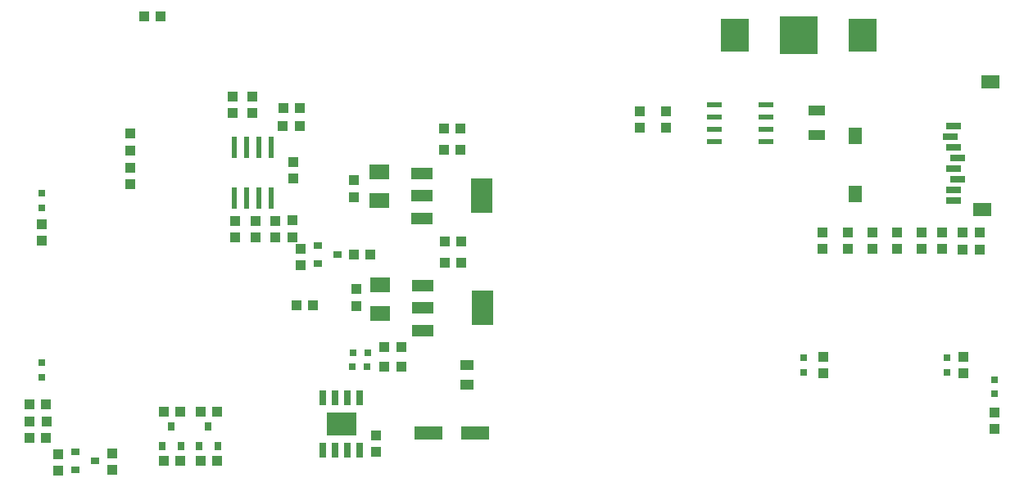
<source format=gtp>
G04 EAGLE Gerber RS-274X export*
G75*
%MOMM*%
%FSLAX34Y34*%
%LPD*%
%INTop Paste*%
%IPPOS*%
%AMOC8*
5,1,8,0,0,1.08239X$1,22.5*%
G01*
%ADD10R,1.900000X1.400000*%
%ADD11R,1.400000X1.800000*%
%ADD12R,1.500000X0.700000*%
%ADD13R,1.100000X1.000000*%
%ADD14R,1.080000X1.050000*%
%ADD15R,0.600000X2.200000*%
%ADD16R,1.000000X1.100000*%
%ADD17R,1.050000X1.080000*%
%ADD18R,0.650000X1.525000*%
%ADD19R,3.100000X2.400000*%
%ADD20R,3.000000X1.400000*%
%ADD21R,1.400000X1.100000*%
%ADD22R,0.787400X0.889000*%
%ADD23R,0.889000X0.787400*%
%ADD24R,1.550000X0.600000*%
%ADD25R,2.000000X1.500000*%
%ADD26R,2.235200X1.219200*%
%ADD27R,2.200000X3.600000*%
%ADD28R,2.900000X3.500000*%
%ADD29R,3.960000X3.960000*%
%ADD30R,1.800000X1.000000*%
%ADD31R,0.800000X0.800000*%


D10*
X1060697Y346843D03*
X1069697Y478843D03*
D11*
X929697Y362843D03*
X929697Y422843D03*
D12*
X1031697Y355843D03*
X1031697Y366843D03*
X1035697Y377843D03*
X1031697Y388843D03*
X1035697Y399843D03*
X1031697Y410843D03*
X1027697Y421843D03*
X1031697Y432843D03*
D13*
X972711Y322557D03*
X972711Y305557D03*
X998111Y322557D03*
X998111Y305557D03*
X947311Y322557D03*
X947311Y305557D03*
X921911Y322557D03*
X921911Y305557D03*
D14*
X1040443Y305307D03*
X1040443Y322807D03*
D13*
X733991Y447866D03*
X733991Y430866D03*
X707459Y447974D03*
X707459Y430974D03*
D15*
X313621Y410756D03*
X313621Y358756D03*
X326321Y410756D03*
X300921Y410756D03*
X288221Y410756D03*
X326321Y358756D03*
X300921Y358756D03*
X288221Y358756D03*
D13*
X330131Y334836D03*
X330131Y317836D03*
D16*
X338580Y451344D03*
X355580Y451344D03*
D17*
X337891Y433016D03*
X355391Y433016D03*
D14*
X347926Y335209D03*
X347926Y317709D03*
D18*
X379799Y97394D03*
X392499Y97394D03*
X405199Y97394D03*
X417899Y97394D03*
X417899Y151634D03*
X405199Y151634D03*
X392499Y151634D03*
X379799Y151634D03*
D19*
X398849Y124514D03*
D13*
X434286Y112709D03*
X434286Y95709D03*
D20*
X489011Y115516D03*
X537011Y115516D03*
D21*
X528320Y165260D03*
X528320Y185260D03*
D22*
X213545Y101546D03*
X232849Y101546D03*
X223197Y121866D03*
D16*
X231951Y86306D03*
X214951Y86306D03*
X214951Y137106D03*
X231951Y137106D03*
D22*
X251645Y101546D03*
X270949Y101546D03*
X261297Y121866D03*
D16*
X270051Y86306D03*
X253051Y86306D03*
X270051Y137106D03*
X253051Y137106D03*
D23*
X123544Y96212D03*
X123544Y76908D03*
X143864Y86560D03*
X374581Y309572D03*
X374581Y290268D03*
X394901Y299920D03*
D13*
X161644Y76960D03*
X161644Y93960D03*
X105765Y76536D03*
X105765Y93536D03*
D16*
X411816Y299789D03*
X428816Y299789D03*
D13*
X356801Y288626D03*
X356801Y305626D03*
D24*
X837933Y416942D03*
X837933Y429642D03*
X837933Y442342D03*
X837933Y455042D03*
X783933Y455042D03*
X783933Y442342D03*
X783933Y429642D03*
X783933Y416942D03*
D16*
X504526Y430599D03*
X521526Y430599D03*
X521577Y408147D03*
X504577Y408147D03*
D14*
X411411Y376996D03*
X411411Y359496D03*
D25*
X438081Y385786D03*
X438081Y355786D03*
D26*
X482146Y383725D03*
X482146Y360611D03*
X482146Y337497D03*
D27*
X544124Y360611D03*
D13*
X180286Y372569D03*
X180286Y389569D03*
D14*
X180394Y407741D03*
X180394Y425241D03*
D16*
X76590Y110436D03*
X93590Y110436D03*
D17*
X93840Y126946D03*
X76340Y126946D03*
D13*
X309811Y334836D03*
X309811Y317836D03*
X306848Y446106D03*
X306848Y463106D03*
D14*
X349181Y378546D03*
X349181Y396046D03*
D28*
X805133Y526574D03*
X937133Y526574D03*
D29*
X871133Y526574D03*
D30*
X889762Y448739D03*
X889762Y423239D03*
D13*
X1073615Y136302D03*
X1073615Y119302D03*
D31*
X1073615Y155859D03*
X1073615Y170859D03*
D13*
X1019285Y305582D03*
X1019285Y322582D03*
X895812Y305564D03*
X895812Y322564D03*
D14*
X1058228Y305332D03*
X1058228Y322832D03*
D16*
X505379Y291226D03*
X522379Y291226D03*
X522476Y313298D03*
X505476Y313298D03*
D14*
X413985Y264491D03*
X413985Y246991D03*
D25*
X438545Y269064D03*
X438545Y239064D03*
D26*
X482487Y267856D03*
X482487Y244742D03*
X482487Y221628D03*
D27*
X544465Y244742D03*
D31*
X424835Y183642D03*
X409835Y183642D03*
X425681Y198120D03*
X410681Y198120D03*
D16*
X443366Y184404D03*
X460366Y184404D03*
X443366Y204724D03*
X460366Y204724D03*
D13*
X286204Y446093D03*
X286204Y463093D03*
X289111Y334534D03*
X289111Y317534D03*
X896620Y193920D03*
X896620Y176920D03*
X1041400Y193920D03*
X1041400Y176920D03*
D31*
X1024890Y177920D03*
X1024890Y192920D03*
X876300Y177920D03*
X876300Y192920D03*
X88900Y172840D03*
X88900Y187840D03*
D16*
X76590Y144780D03*
X93590Y144780D03*
D31*
X88900Y363100D03*
X88900Y348100D03*
D13*
X88900Y331080D03*
X88900Y314080D03*
D16*
X194700Y546100D03*
X211700Y546100D03*
X369180Y247650D03*
X352180Y247650D03*
M02*

</source>
